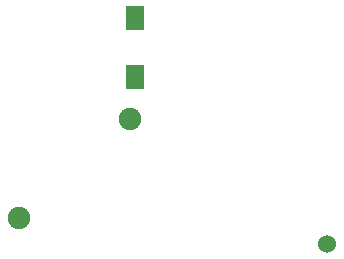
<source format=gtp>
G04 Layer: TopPasteMaskLayer*
G04 EasyEDA v6.5.23, 2025-04-20 18:15:51*
G04 2b0ee3c3499d41c98384b79ec2d58562,f9be1a6569124c8bb78035afb8aa2461,10*
G04 Gerber Generator version 0.2*
G04 Scale: 100 percent, Rotated: No, Reflected: No *
G04 Dimensions in millimeters *
G04 leading zeros omitted , absolute positions ,4 integer and 5 decimal *
%FSLAX45Y45*%
%MOMM*%

%AMMACRO1*21,1,$1,$2,0,0,$3*%
%ADD10C,1.9050*%
%ADD11C,1.5240*%
%ADD12MACRO1,1.539X2.0625X0.0000*%
%ADD13R,1.5390X2.0625*%

%LPD*%
D10*
G01*
X850900Y-2520569D03*
G01*
X1790700Y-1689100D03*
D11*
G01*
X3454400Y-2743200D03*
D12*
G01*
X1828800Y-1329874D03*
D13*
G01*
X1828800Y-829132D03*
M02*

</source>
